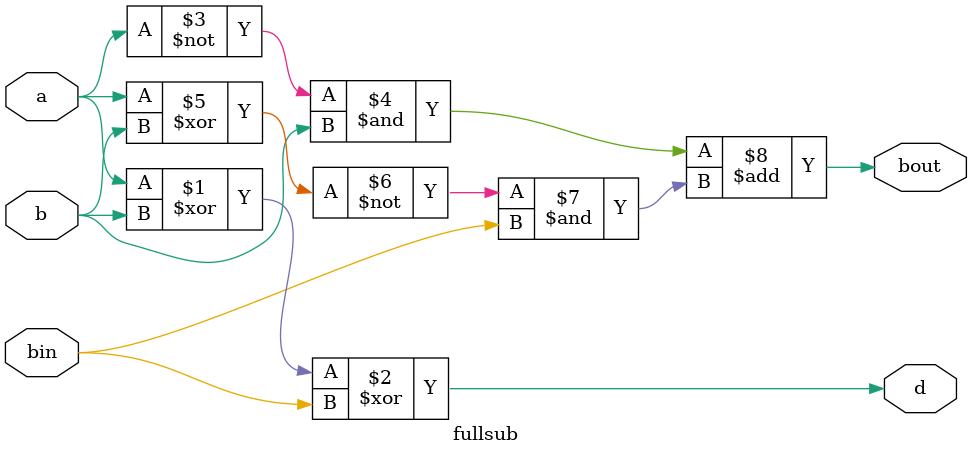
<source format=v>
module fullsub(a,b,bin,bout,d);
input a,b,bin;
output bout,d;
assign d=a^b^bin;
assign bout=(~a&b)+(~(a^b)&bin);
endmodule

</source>
